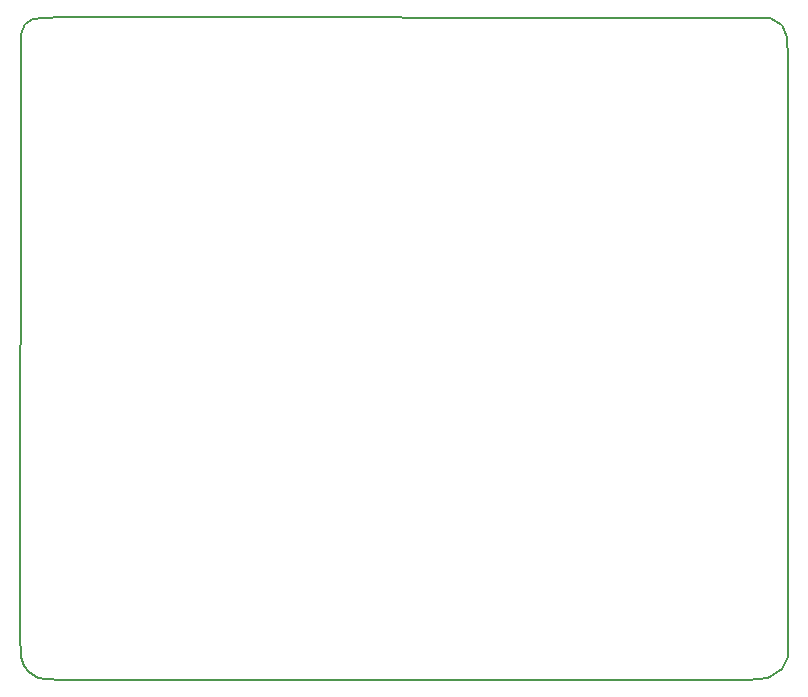
<source format=gbr>
G04 DipTrace 3.3.1.3*
G04 BoardOutline.gbr*
%MOIN*%
G04 #@! TF.FileFunction,Profile*
G04 #@! TF.Part,Single*
%ADD11C,0.005512*%
%FSLAX26Y26*%
G04*
G70*
G90*
G75*
G01*
G04 BoardOutline*
%LPD*%
X424189Y418241D2*
D11*
X452661Y398950D1*
X480315Y394619D1*
X534488Y393832D1*
X2819843Y393701D1*
X2886929Y397507D1*
X2935055Y429528D1*
X2952000Y467848D1*
X2952882Y535039D1*
X2952000Y2463648D1*
X2951685Y2535827D1*
X2932472Y2575066D1*
X2894047Y2598163D1*
X2817701Y2599869D1*
X534992Y2600919D1*
X471622Y2599081D1*
X436346Y2596194D1*
X411150Y2579396D1*
X397165Y2546719D1*
X395213Y2459186D1*
X393701Y543045D1*
X397354Y470341D1*
X406362Y440551D1*
X424189Y418241D1*
M02*

</source>
